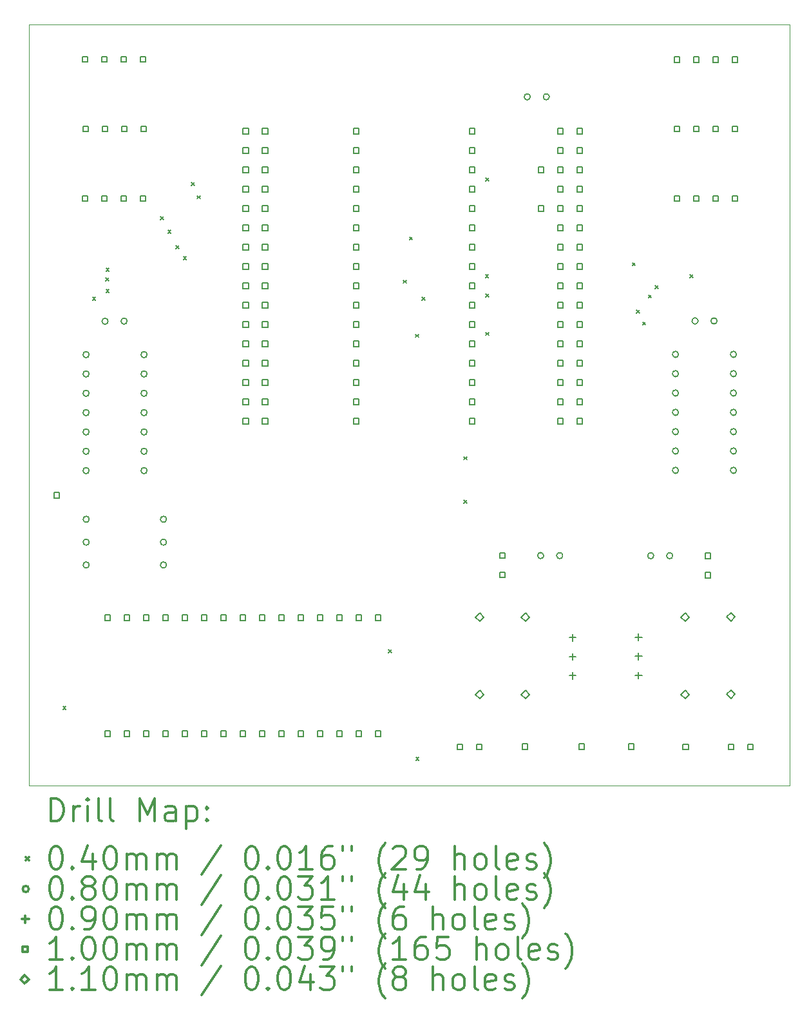
<source format=gbr>
%FSLAX45Y45*%
G04 Gerber Fmt 4.5, Leading zero omitted, Abs format (unit mm)*
G04 Created by KiCad (PCBNEW (5.1.9)-1) date 2022-12-20 17:35:52*
%MOMM*%
%LPD*%
G01*
G04 APERTURE LIST*
%TA.AperFunction,Profile*%
%ADD10C,0.050000*%
%TD*%
%ADD11C,0.200000*%
%ADD12C,0.300000*%
G04 APERTURE END LIST*
D10*
X15500000Y-3500000D02*
X5500000Y-3500000D01*
X15500000Y-13500000D02*
X15500000Y-3500000D01*
X5500000Y-13500000D02*
X15500000Y-13500000D01*
X5500000Y-3500000D02*
X5500000Y-13500000D01*
D11*
X5947000Y-12456000D02*
X5987000Y-12496000D01*
X5987000Y-12456000D02*
X5947000Y-12496000D01*
X6336000Y-7085000D02*
X6376000Y-7125000D01*
X6376000Y-7085000D02*
X6336000Y-7125000D01*
X6508000Y-6828000D02*
X6548000Y-6868000D01*
X6548000Y-6828000D02*
X6508000Y-6868000D01*
X6512000Y-6979000D02*
X6552000Y-7019000D01*
X6552000Y-6979000D02*
X6512000Y-7019000D01*
X6513000Y-6704000D02*
X6553000Y-6744000D01*
X6553000Y-6704000D02*
X6513000Y-6744000D01*
X7226000Y-6027000D02*
X7266000Y-6067000D01*
X7266000Y-6027000D02*
X7226000Y-6067000D01*
X7325000Y-6201000D02*
X7365000Y-6241000D01*
X7365000Y-6201000D02*
X7325000Y-6241000D01*
X7430000Y-6407999D02*
X7470000Y-6447999D01*
X7470000Y-6407999D02*
X7430000Y-6447999D01*
X7530000Y-6547000D02*
X7570000Y-6587000D01*
X7570000Y-6547000D02*
X7530000Y-6587000D01*
X7635500Y-5574500D02*
X7675500Y-5614500D01*
X7675500Y-5574500D02*
X7635500Y-5614500D01*
X7714000Y-5750000D02*
X7754000Y-5790000D01*
X7754000Y-5750000D02*
X7714000Y-5790000D01*
X10223000Y-11711000D02*
X10263000Y-11751000D01*
X10263000Y-11711000D02*
X10223000Y-11751000D01*
X10422000Y-6858000D02*
X10462000Y-6898000D01*
X10462000Y-6858000D02*
X10422000Y-6898000D01*
X10502000Y-6290000D02*
X10542000Y-6330000D01*
X10542000Y-6290000D02*
X10502000Y-6330000D01*
X10580000Y-7569000D02*
X10620000Y-7609000D01*
X10620000Y-7569000D02*
X10580000Y-7609000D01*
X10585000Y-13130000D02*
X10625000Y-13170000D01*
X10625000Y-13130000D02*
X10585000Y-13170000D01*
X10668000Y-7082000D02*
X10708000Y-7122000D01*
X10708000Y-7082000D02*
X10668000Y-7122000D01*
X11216000Y-9179000D02*
X11256000Y-9219000D01*
X11256000Y-9179000D02*
X11216000Y-9219000D01*
X11217000Y-9747000D02*
X11257000Y-9787000D01*
X11257000Y-9747000D02*
X11217000Y-9787000D01*
X11501000Y-6784000D02*
X11541000Y-6824000D01*
X11541000Y-6784000D02*
X11501000Y-6824000D01*
X11503000Y-5518000D02*
X11543000Y-5558000D01*
X11543000Y-5518000D02*
X11503000Y-5558000D01*
X11504000Y-7042000D02*
X11544000Y-7082000D01*
X11544000Y-7042000D02*
X11504000Y-7082000D01*
X11507000Y-7544000D02*
X11547000Y-7584000D01*
X11547000Y-7544000D02*
X11507000Y-7584000D01*
X13430000Y-6630000D02*
X13470000Y-6670000D01*
X13470000Y-6630000D02*
X13430000Y-6670000D01*
X13484000Y-7251000D02*
X13524000Y-7291000D01*
X13524000Y-7251000D02*
X13484000Y-7291000D01*
X13566000Y-7408000D02*
X13606000Y-7448000D01*
X13606000Y-7408000D02*
X13566000Y-7448000D01*
X13643000Y-7054000D02*
X13683000Y-7094000D01*
X13683000Y-7054000D02*
X13643000Y-7094000D01*
X13730000Y-6930000D02*
X13770000Y-6970000D01*
X13770000Y-6930000D02*
X13730000Y-6970000D01*
X14190000Y-6788000D02*
X14230000Y-6828000D01*
X14230000Y-6788000D02*
X14190000Y-6828000D01*
X6290000Y-7838000D02*
G75*
G03*
X6290000Y-7838000I-40000J0D01*
G01*
X6290000Y-8092000D02*
G75*
G03*
X6290000Y-8092000I-40000J0D01*
G01*
X6290000Y-8346000D02*
G75*
G03*
X6290000Y-8346000I-40000J0D01*
G01*
X6290000Y-8600000D02*
G75*
G03*
X6290000Y-8600000I-40000J0D01*
G01*
X6290000Y-8854000D02*
G75*
G03*
X6290000Y-8854000I-40000J0D01*
G01*
X6290000Y-9108000D02*
G75*
G03*
X6290000Y-9108000I-40000J0D01*
G01*
X6290000Y-9362000D02*
G75*
G03*
X6290000Y-9362000I-40000J0D01*
G01*
X6292000Y-10001000D02*
G75*
G03*
X6292000Y-10001000I-40000J0D01*
G01*
X6292000Y-10301000D02*
G75*
G03*
X6292000Y-10301000I-40000J0D01*
G01*
X6292000Y-10601000D02*
G75*
G03*
X6292000Y-10601000I-40000J0D01*
G01*
X6540000Y-7398000D02*
G75*
G03*
X6540000Y-7398000I-40000J0D01*
G01*
X6790000Y-7398000D02*
G75*
G03*
X6790000Y-7398000I-40000J0D01*
G01*
X7052000Y-7838000D02*
G75*
G03*
X7052000Y-7838000I-40000J0D01*
G01*
X7052000Y-8092000D02*
G75*
G03*
X7052000Y-8092000I-40000J0D01*
G01*
X7052000Y-8346000D02*
G75*
G03*
X7052000Y-8346000I-40000J0D01*
G01*
X7052000Y-8600000D02*
G75*
G03*
X7052000Y-8600000I-40000J0D01*
G01*
X7052000Y-8854000D02*
G75*
G03*
X7052000Y-8854000I-40000J0D01*
G01*
X7052000Y-9108000D02*
G75*
G03*
X7052000Y-9108000I-40000J0D01*
G01*
X7052000Y-9362000D02*
G75*
G03*
X7052000Y-9362000I-40000J0D01*
G01*
X7308000Y-10001000D02*
G75*
G03*
X7308000Y-10001000I-40000J0D01*
G01*
X7308000Y-10301000D02*
G75*
G03*
X7308000Y-10301000I-40000J0D01*
G01*
X7308000Y-10601000D02*
G75*
G03*
X7308000Y-10601000I-40000J0D01*
G01*
X12090000Y-4450000D02*
G75*
G03*
X12090000Y-4450000I-40000J0D01*
G01*
X12266000Y-10478000D02*
G75*
G03*
X12266000Y-10478000I-40000J0D01*
G01*
X12340000Y-4450000D02*
G75*
G03*
X12340000Y-4450000I-40000J0D01*
G01*
X12516000Y-10478000D02*
G75*
G03*
X12516000Y-10478000I-40000J0D01*
G01*
X13712000Y-10479000D02*
G75*
G03*
X13712000Y-10479000I-40000J0D01*
G01*
X13962000Y-10479000D02*
G75*
G03*
X13962000Y-10479000I-40000J0D01*
G01*
X14038000Y-7834000D02*
G75*
G03*
X14038000Y-7834000I-40000J0D01*
G01*
X14038000Y-8088000D02*
G75*
G03*
X14038000Y-8088000I-40000J0D01*
G01*
X14038000Y-8342000D02*
G75*
G03*
X14038000Y-8342000I-40000J0D01*
G01*
X14038000Y-8596000D02*
G75*
G03*
X14038000Y-8596000I-40000J0D01*
G01*
X14038000Y-8850000D02*
G75*
G03*
X14038000Y-8850000I-40000J0D01*
G01*
X14038000Y-9104000D02*
G75*
G03*
X14038000Y-9104000I-40000J0D01*
G01*
X14038000Y-9358000D02*
G75*
G03*
X14038000Y-9358000I-40000J0D01*
G01*
X14295000Y-7395000D02*
G75*
G03*
X14295000Y-7395000I-40000J0D01*
G01*
X14545000Y-7395000D02*
G75*
G03*
X14545000Y-7395000I-40000J0D01*
G01*
X14800000Y-7834000D02*
G75*
G03*
X14800000Y-7834000I-40000J0D01*
G01*
X14800000Y-8088000D02*
G75*
G03*
X14800000Y-8088000I-40000J0D01*
G01*
X14800000Y-8342000D02*
G75*
G03*
X14800000Y-8342000I-40000J0D01*
G01*
X14800000Y-8596000D02*
G75*
G03*
X14800000Y-8596000I-40000J0D01*
G01*
X14800000Y-8850000D02*
G75*
G03*
X14800000Y-8850000I-40000J0D01*
G01*
X14800000Y-9104000D02*
G75*
G03*
X14800000Y-9104000I-40000J0D01*
G01*
X14800000Y-9358000D02*
G75*
G03*
X14800000Y-9358000I-40000J0D01*
G01*
X12647000Y-11510000D02*
X12647000Y-11600000D01*
X12602000Y-11555000D02*
X12692000Y-11555000D01*
X12647000Y-11760000D02*
X12647000Y-11850000D01*
X12602000Y-11805000D02*
X12692000Y-11805000D01*
X12647000Y-12010000D02*
X12647000Y-12100000D01*
X12602000Y-12055000D02*
X12692000Y-12055000D01*
X13512000Y-11505000D02*
X13512000Y-11595000D01*
X13467000Y-11550000D02*
X13557000Y-11550000D01*
X13512000Y-11755000D02*
X13512000Y-11845000D01*
X13467000Y-11800000D02*
X13557000Y-11800000D01*
X13512000Y-12005000D02*
X13512000Y-12095000D01*
X13467000Y-12050000D02*
X13557000Y-12050000D01*
X5900356Y-9719356D02*
X5900356Y-9648644D01*
X5829644Y-9648644D01*
X5829644Y-9719356D01*
X5900356Y-9719356D01*
X6270356Y-5822356D02*
X6270356Y-5751644D01*
X6199644Y-5751644D01*
X6199644Y-5822356D01*
X6270356Y-5822356D01*
X6271356Y-3991356D02*
X6271356Y-3920644D01*
X6200644Y-3920644D01*
X6200644Y-3991356D01*
X6271356Y-3991356D01*
X6279356Y-4906856D02*
X6279356Y-4836144D01*
X6208644Y-4836144D01*
X6208644Y-4906856D01*
X6279356Y-4906856D01*
X6524356Y-5822356D02*
X6524356Y-5751644D01*
X6453644Y-5751644D01*
X6453644Y-5822356D01*
X6524356Y-5822356D01*
X6525356Y-3991356D02*
X6525356Y-3920644D01*
X6454644Y-3920644D01*
X6454644Y-3991356D01*
X6525356Y-3991356D01*
X6533356Y-4906856D02*
X6533356Y-4836144D01*
X6462644Y-4836144D01*
X6462644Y-4906856D01*
X6533356Y-4906856D01*
X6568356Y-11328356D02*
X6568356Y-11257644D01*
X6497644Y-11257644D01*
X6497644Y-11328356D01*
X6568356Y-11328356D01*
X6568356Y-12852356D02*
X6568356Y-12781644D01*
X6497644Y-12781644D01*
X6497644Y-12852356D01*
X6568356Y-12852356D01*
X6778356Y-5822356D02*
X6778356Y-5751644D01*
X6707644Y-5751644D01*
X6707644Y-5822356D01*
X6778356Y-5822356D01*
X6779356Y-3991356D02*
X6779356Y-3920644D01*
X6708644Y-3920644D01*
X6708644Y-3991356D01*
X6779356Y-3991356D01*
X6787356Y-4906856D02*
X6787356Y-4836144D01*
X6716644Y-4836144D01*
X6716644Y-4906856D01*
X6787356Y-4906856D01*
X6822356Y-11328356D02*
X6822356Y-11257644D01*
X6751644Y-11257644D01*
X6751644Y-11328356D01*
X6822356Y-11328356D01*
X6822356Y-12852356D02*
X6822356Y-12781644D01*
X6751644Y-12781644D01*
X6751644Y-12852356D01*
X6822356Y-12852356D01*
X7032356Y-5822356D02*
X7032356Y-5751644D01*
X6961644Y-5751644D01*
X6961644Y-5822356D01*
X7032356Y-5822356D01*
X7033356Y-3991356D02*
X7033356Y-3920644D01*
X6962644Y-3920644D01*
X6962644Y-3991356D01*
X7033356Y-3991356D01*
X7041356Y-4906856D02*
X7041356Y-4836144D01*
X6970644Y-4836144D01*
X6970644Y-4906856D01*
X7041356Y-4906856D01*
X7076356Y-11328356D02*
X7076356Y-11257644D01*
X7005644Y-11257644D01*
X7005644Y-11328356D01*
X7076356Y-11328356D01*
X7076356Y-12852356D02*
X7076356Y-12781644D01*
X7005644Y-12781644D01*
X7005644Y-12852356D01*
X7076356Y-12852356D01*
X7330356Y-11328356D02*
X7330356Y-11257644D01*
X7259644Y-11257644D01*
X7259644Y-11328356D01*
X7330356Y-11328356D01*
X7330356Y-12852356D02*
X7330356Y-12781644D01*
X7259644Y-12781644D01*
X7259644Y-12852356D01*
X7330356Y-12852356D01*
X7584356Y-11328356D02*
X7584356Y-11257644D01*
X7513644Y-11257644D01*
X7513644Y-11328356D01*
X7584356Y-11328356D01*
X7584356Y-12852356D02*
X7584356Y-12781644D01*
X7513644Y-12781644D01*
X7513644Y-12852356D01*
X7584356Y-12852356D01*
X7838356Y-11328356D02*
X7838356Y-11257644D01*
X7767644Y-11257644D01*
X7767644Y-11328356D01*
X7838356Y-11328356D01*
X7838356Y-12852356D02*
X7838356Y-12781644D01*
X7767644Y-12781644D01*
X7767644Y-12852356D01*
X7838356Y-12852356D01*
X8092356Y-11328356D02*
X8092356Y-11257644D01*
X8021644Y-11257644D01*
X8021644Y-11328356D01*
X8092356Y-11328356D01*
X8092356Y-12852356D02*
X8092356Y-12781644D01*
X8021644Y-12781644D01*
X8021644Y-12852356D01*
X8092356Y-12852356D01*
X8346356Y-11328356D02*
X8346356Y-11257644D01*
X8275644Y-11257644D01*
X8275644Y-11328356D01*
X8346356Y-11328356D01*
X8346356Y-12852356D02*
X8346356Y-12781644D01*
X8275644Y-12781644D01*
X8275644Y-12852356D01*
X8346356Y-12852356D01*
X8385356Y-4935356D02*
X8385356Y-4864644D01*
X8314644Y-4864644D01*
X8314644Y-4935356D01*
X8385356Y-4935356D01*
X8385356Y-5189356D02*
X8385356Y-5118644D01*
X8314644Y-5118644D01*
X8314644Y-5189356D01*
X8385356Y-5189356D01*
X8385356Y-5443356D02*
X8385356Y-5372644D01*
X8314644Y-5372644D01*
X8314644Y-5443356D01*
X8385356Y-5443356D01*
X8385356Y-5697356D02*
X8385356Y-5626644D01*
X8314644Y-5626644D01*
X8314644Y-5697356D01*
X8385356Y-5697356D01*
X8385356Y-5951356D02*
X8385356Y-5880644D01*
X8314644Y-5880644D01*
X8314644Y-5951356D01*
X8385356Y-5951356D01*
X8385356Y-6205356D02*
X8385356Y-6134644D01*
X8314644Y-6134644D01*
X8314644Y-6205356D01*
X8385356Y-6205356D01*
X8385356Y-6459356D02*
X8385356Y-6388644D01*
X8314644Y-6388644D01*
X8314644Y-6459356D01*
X8385356Y-6459356D01*
X8385356Y-6713356D02*
X8385356Y-6642644D01*
X8314644Y-6642644D01*
X8314644Y-6713356D01*
X8385356Y-6713356D01*
X8385356Y-6967356D02*
X8385356Y-6896644D01*
X8314644Y-6896644D01*
X8314644Y-6967356D01*
X8385356Y-6967356D01*
X8385356Y-7221356D02*
X8385356Y-7150644D01*
X8314644Y-7150644D01*
X8314644Y-7221356D01*
X8385356Y-7221356D01*
X8385356Y-7475356D02*
X8385356Y-7404644D01*
X8314644Y-7404644D01*
X8314644Y-7475356D01*
X8385356Y-7475356D01*
X8385356Y-7729356D02*
X8385356Y-7658644D01*
X8314644Y-7658644D01*
X8314644Y-7729356D01*
X8385356Y-7729356D01*
X8385356Y-7983356D02*
X8385356Y-7912644D01*
X8314644Y-7912644D01*
X8314644Y-7983356D01*
X8385356Y-7983356D01*
X8385356Y-8237356D02*
X8385356Y-8166644D01*
X8314644Y-8166644D01*
X8314644Y-8237356D01*
X8385356Y-8237356D01*
X8385356Y-8491356D02*
X8385356Y-8420644D01*
X8314644Y-8420644D01*
X8314644Y-8491356D01*
X8385356Y-8491356D01*
X8385356Y-8745356D02*
X8385356Y-8674644D01*
X8314644Y-8674644D01*
X8314644Y-8745356D01*
X8385356Y-8745356D01*
X8600356Y-11328356D02*
X8600356Y-11257644D01*
X8529644Y-11257644D01*
X8529644Y-11328356D01*
X8600356Y-11328356D01*
X8600356Y-12852356D02*
X8600356Y-12781644D01*
X8529644Y-12781644D01*
X8529644Y-12852356D01*
X8600356Y-12852356D01*
X8639356Y-4935356D02*
X8639356Y-4864644D01*
X8568644Y-4864644D01*
X8568644Y-4935356D01*
X8639356Y-4935356D01*
X8639356Y-5189356D02*
X8639356Y-5118644D01*
X8568644Y-5118644D01*
X8568644Y-5189356D01*
X8639356Y-5189356D01*
X8639356Y-5443356D02*
X8639356Y-5372644D01*
X8568644Y-5372644D01*
X8568644Y-5443356D01*
X8639356Y-5443356D01*
X8639356Y-5697356D02*
X8639356Y-5626644D01*
X8568644Y-5626644D01*
X8568644Y-5697356D01*
X8639356Y-5697356D01*
X8639356Y-5951356D02*
X8639356Y-5880644D01*
X8568644Y-5880644D01*
X8568644Y-5951356D01*
X8639356Y-5951356D01*
X8639356Y-6205356D02*
X8639356Y-6134644D01*
X8568644Y-6134644D01*
X8568644Y-6205356D01*
X8639356Y-6205356D01*
X8639356Y-6459356D02*
X8639356Y-6388644D01*
X8568644Y-6388644D01*
X8568644Y-6459356D01*
X8639356Y-6459356D01*
X8639356Y-6713356D02*
X8639356Y-6642644D01*
X8568644Y-6642644D01*
X8568644Y-6713356D01*
X8639356Y-6713356D01*
X8639356Y-6967356D02*
X8639356Y-6896644D01*
X8568644Y-6896644D01*
X8568644Y-6967356D01*
X8639356Y-6967356D01*
X8639356Y-7221356D02*
X8639356Y-7150644D01*
X8568644Y-7150644D01*
X8568644Y-7221356D01*
X8639356Y-7221356D01*
X8639356Y-7475356D02*
X8639356Y-7404644D01*
X8568644Y-7404644D01*
X8568644Y-7475356D01*
X8639356Y-7475356D01*
X8639356Y-7729356D02*
X8639356Y-7658644D01*
X8568644Y-7658644D01*
X8568644Y-7729356D01*
X8639356Y-7729356D01*
X8639356Y-7983356D02*
X8639356Y-7912644D01*
X8568644Y-7912644D01*
X8568644Y-7983356D01*
X8639356Y-7983356D01*
X8639356Y-8237356D02*
X8639356Y-8166644D01*
X8568644Y-8166644D01*
X8568644Y-8237356D01*
X8639356Y-8237356D01*
X8639356Y-8491356D02*
X8639356Y-8420644D01*
X8568644Y-8420644D01*
X8568644Y-8491356D01*
X8639356Y-8491356D01*
X8639356Y-8745356D02*
X8639356Y-8674644D01*
X8568644Y-8674644D01*
X8568644Y-8745356D01*
X8639356Y-8745356D01*
X8854356Y-11328356D02*
X8854356Y-11257644D01*
X8783644Y-11257644D01*
X8783644Y-11328356D01*
X8854356Y-11328356D01*
X8854356Y-12852356D02*
X8854356Y-12781644D01*
X8783644Y-12781644D01*
X8783644Y-12852356D01*
X8854356Y-12852356D01*
X9108356Y-11328356D02*
X9108356Y-11257644D01*
X9037644Y-11257644D01*
X9037644Y-11328356D01*
X9108356Y-11328356D01*
X9108356Y-12852356D02*
X9108356Y-12781644D01*
X9037644Y-12781644D01*
X9037644Y-12852356D01*
X9108356Y-12852356D01*
X9362356Y-11328356D02*
X9362356Y-11257644D01*
X9291644Y-11257644D01*
X9291644Y-11328356D01*
X9362356Y-11328356D01*
X9362356Y-12852356D02*
X9362356Y-12781644D01*
X9291644Y-12781644D01*
X9291644Y-12852356D01*
X9362356Y-12852356D01*
X9616356Y-11328356D02*
X9616356Y-11257644D01*
X9545644Y-11257644D01*
X9545644Y-11328356D01*
X9616356Y-11328356D01*
X9616356Y-12852356D02*
X9616356Y-12781644D01*
X9545644Y-12781644D01*
X9545644Y-12852356D01*
X9616356Y-12852356D01*
X9835356Y-4935356D02*
X9835356Y-4864644D01*
X9764644Y-4864644D01*
X9764644Y-4935356D01*
X9835356Y-4935356D01*
X9835356Y-5189356D02*
X9835356Y-5118644D01*
X9764644Y-5118644D01*
X9764644Y-5189356D01*
X9835356Y-5189356D01*
X9835356Y-5443356D02*
X9835356Y-5372644D01*
X9764644Y-5372644D01*
X9764644Y-5443356D01*
X9835356Y-5443356D01*
X9835356Y-5697356D02*
X9835356Y-5626644D01*
X9764644Y-5626644D01*
X9764644Y-5697356D01*
X9835356Y-5697356D01*
X9835356Y-5951356D02*
X9835356Y-5880644D01*
X9764644Y-5880644D01*
X9764644Y-5951356D01*
X9835356Y-5951356D01*
X9835356Y-6205356D02*
X9835356Y-6134644D01*
X9764644Y-6134644D01*
X9764644Y-6205356D01*
X9835356Y-6205356D01*
X9835356Y-6459356D02*
X9835356Y-6388644D01*
X9764644Y-6388644D01*
X9764644Y-6459356D01*
X9835356Y-6459356D01*
X9835356Y-6713356D02*
X9835356Y-6642644D01*
X9764644Y-6642644D01*
X9764644Y-6713356D01*
X9835356Y-6713356D01*
X9835356Y-6967356D02*
X9835356Y-6896644D01*
X9764644Y-6896644D01*
X9764644Y-6967356D01*
X9835356Y-6967356D01*
X9835356Y-7221356D02*
X9835356Y-7150644D01*
X9764644Y-7150644D01*
X9764644Y-7221356D01*
X9835356Y-7221356D01*
X9835356Y-7475356D02*
X9835356Y-7404644D01*
X9764644Y-7404644D01*
X9764644Y-7475356D01*
X9835356Y-7475356D01*
X9835356Y-7729356D02*
X9835356Y-7658644D01*
X9764644Y-7658644D01*
X9764644Y-7729356D01*
X9835356Y-7729356D01*
X9835356Y-7983356D02*
X9835356Y-7912644D01*
X9764644Y-7912644D01*
X9764644Y-7983356D01*
X9835356Y-7983356D01*
X9835356Y-8237356D02*
X9835356Y-8166644D01*
X9764644Y-8166644D01*
X9764644Y-8237356D01*
X9835356Y-8237356D01*
X9835356Y-8491356D02*
X9835356Y-8420644D01*
X9764644Y-8420644D01*
X9764644Y-8491356D01*
X9835356Y-8491356D01*
X9835356Y-8745356D02*
X9835356Y-8674644D01*
X9764644Y-8674644D01*
X9764644Y-8745356D01*
X9835356Y-8745356D01*
X9870356Y-11328356D02*
X9870356Y-11257644D01*
X9799644Y-11257644D01*
X9799644Y-11328356D01*
X9870356Y-11328356D01*
X9870356Y-12852356D02*
X9870356Y-12781644D01*
X9799644Y-12781644D01*
X9799644Y-12852356D01*
X9870356Y-12852356D01*
X10124356Y-11328356D02*
X10124356Y-11257644D01*
X10053644Y-11257644D01*
X10053644Y-11328356D01*
X10124356Y-11328356D01*
X10124356Y-12852356D02*
X10124356Y-12781644D01*
X10053644Y-12781644D01*
X10053644Y-12852356D01*
X10124356Y-12852356D01*
X11201356Y-13025356D02*
X11201356Y-12954644D01*
X11130644Y-12954644D01*
X11130644Y-13025356D01*
X11201356Y-13025356D01*
X11359356Y-4935356D02*
X11359356Y-4864644D01*
X11288644Y-4864644D01*
X11288644Y-4935356D01*
X11359356Y-4935356D01*
X11359356Y-5189356D02*
X11359356Y-5118644D01*
X11288644Y-5118644D01*
X11288644Y-5189356D01*
X11359356Y-5189356D01*
X11359356Y-5443356D02*
X11359356Y-5372644D01*
X11288644Y-5372644D01*
X11288644Y-5443356D01*
X11359356Y-5443356D01*
X11359356Y-5697356D02*
X11359356Y-5626644D01*
X11288644Y-5626644D01*
X11288644Y-5697356D01*
X11359356Y-5697356D01*
X11359356Y-5951356D02*
X11359356Y-5880644D01*
X11288644Y-5880644D01*
X11288644Y-5951356D01*
X11359356Y-5951356D01*
X11359356Y-6205356D02*
X11359356Y-6134644D01*
X11288644Y-6134644D01*
X11288644Y-6205356D01*
X11359356Y-6205356D01*
X11359356Y-6459356D02*
X11359356Y-6388644D01*
X11288644Y-6388644D01*
X11288644Y-6459356D01*
X11359356Y-6459356D01*
X11359356Y-6713356D02*
X11359356Y-6642644D01*
X11288644Y-6642644D01*
X11288644Y-6713356D01*
X11359356Y-6713356D01*
X11359356Y-6967356D02*
X11359356Y-6896644D01*
X11288644Y-6896644D01*
X11288644Y-6967356D01*
X11359356Y-6967356D01*
X11359356Y-7221356D02*
X11359356Y-7150644D01*
X11288644Y-7150644D01*
X11288644Y-7221356D01*
X11359356Y-7221356D01*
X11359356Y-7475356D02*
X11359356Y-7404644D01*
X11288644Y-7404644D01*
X11288644Y-7475356D01*
X11359356Y-7475356D01*
X11359356Y-7729356D02*
X11359356Y-7658644D01*
X11288644Y-7658644D01*
X11288644Y-7729356D01*
X11359356Y-7729356D01*
X11359356Y-7983356D02*
X11359356Y-7912644D01*
X11288644Y-7912644D01*
X11288644Y-7983356D01*
X11359356Y-7983356D01*
X11359356Y-8237356D02*
X11359356Y-8166644D01*
X11288644Y-8166644D01*
X11288644Y-8237356D01*
X11359356Y-8237356D01*
X11359356Y-8491356D02*
X11359356Y-8420644D01*
X11288644Y-8420644D01*
X11288644Y-8491356D01*
X11359356Y-8491356D01*
X11359356Y-8745356D02*
X11359356Y-8674644D01*
X11288644Y-8674644D01*
X11288644Y-8745356D01*
X11359356Y-8745356D01*
X11455356Y-13025356D02*
X11455356Y-12954644D01*
X11384644Y-12954644D01*
X11384644Y-13025356D01*
X11455356Y-13025356D01*
X11757356Y-10513356D02*
X11757356Y-10442644D01*
X11686644Y-10442644D01*
X11686644Y-10513356D01*
X11757356Y-10513356D01*
X11757356Y-10767356D02*
X11757356Y-10696644D01*
X11686644Y-10696644D01*
X11686644Y-10767356D01*
X11757356Y-10767356D01*
X12056356Y-13022356D02*
X12056356Y-12951644D01*
X11985644Y-12951644D01*
X11985644Y-13022356D01*
X12056356Y-13022356D01*
X12265356Y-5443356D02*
X12265356Y-5372644D01*
X12194644Y-5372644D01*
X12194644Y-5443356D01*
X12265356Y-5443356D01*
X12265356Y-5951356D02*
X12265356Y-5880644D01*
X12194644Y-5880644D01*
X12194644Y-5951356D01*
X12265356Y-5951356D01*
X12520356Y-4935356D02*
X12520356Y-4864644D01*
X12449644Y-4864644D01*
X12449644Y-4935356D01*
X12520356Y-4935356D01*
X12520356Y-5189356D02*
X12520356Y-5118644D01*
X12449644Y-5118644D01*
X12449644Y-5189356D01*
X12520356Y-5189356D01*
X12520356Y-5443356D02*
X12520356Y-5372644D01*
X12449644Y-5372644D01*
X12449644Y-5443356D01*
X12520356Y-5443356D01*
X12520356Y-5697356D02*
X12520356Y-5626644D01*
X12449644Y-5626644D01*
X12449644Y-5697356D01*
X12520356Y-5697356D01*
X12520356Y-5951356D02*
X12520356Y-5880644D01*
X12449644Y-5880644D01*
X12449644Y-5951356D01*
X12520356Y-5951356D01*
X12520356Y-6205356D02*
X12520356Y-6134644D01*
X12449644Y-6134644D01*
X12449644Y-6205356D01*
X12520356Y-6205356D01*
X12520356Y-6459356D02*
X12520356Y-6388644D01*
X12449644Y-6388644D01*
X12449644Y-6459356D01*
X12520356Y-6459356D01*
X12520356Y-6713356D02*
X12520356Y-6642644D01*
X12449644Y-6642644D01*
X12449644Y-6713356D01*
X12520356Y-6713356D01*
X12520356Y-6967356D02*
X12520356Y-6896644D01*
X12449644Y-6896644D01*
X12449644Y-6967356D01*
X12520356Y-6967356D01*
X12520356Y-7221356D02*
X12520356Y-7150644D01*
X12449644Y-7150644D01*
X12449644Y-7221356D01*
X12520356Y-7221356D01*
X12520356Y-7475356D02*
X12520356Y-7404644D01*
X12449644Y-7404644D01*
X12449644Y-7475356D01*
X12520356Y-7475356D01*
X12520356Y-7729356D02*
X12520356Y-7658644D01*
X12449644Y-7658644D01*
X12449644Y-7729356D01*
X12520356Y-7729356D01*
X12520356Y-7983356D02*
X12520356Y-7912644D01*
X12449644Y-7912644D01*
X12449644Y-7983356D01*
X12520356Y-7983356D01*
X12520356Y-8237356D02*
X12520356Y-8166644D01*
X12449644Y-8166644D01*
X12449644Y-8237356D01*
X12520356Y-8237356D01*
X12520356Y-8491356D02*
X12520356Y-8420644D01*
X12449644Y-8420644D01*
X12449644Y-8491356D01*
X12520356Y-8491356D01*
X12520356Y-8745356D02*
X12520356Y-8674644D01*
X12449644Y-8674644D01*
X12449644Y-8745356D01*
X12520356Y-8745356D01*
X12774356Y-4935356D02*
X12774356Y-4864644D01*
X12703644Y-4864644D01*
X12703644Y-4935356D01*
X12774356Y-4935356D01*
X12774356Y-5189356D02*
X12774356Y-5118644D01*
X12703644Y-5118644D01*
X12703644Y-5189356D01*
X12774356Y-5189356D01*
X12774356Y-5443356D02*
X12774356Y-5372644D01*
X12703644Y-5372644D01*
X12703644Y-5443356D01*
X12774356Y-5443356D01*
X12774356Y-5697356D02*
X12774356Y-5626644D01*
X12703644Y-5626644D01*
X12703644Y-5697356D01*
X12774356Y-5697356D01*
X12774356Y-5951356D02*
X12774356Y-5880644D01*
X12703644Y-5880644D01*
X12703644Y-5951356D01*
X12774356Y-5951356D01*
X12774356Y-6205356D02*
X12774356Y-6134644D01*
X12703644Y-6134644D01*
X12703644Y-6205356D01*
X12774356Y-6205356D01*
X12774356Y-6459356D02*
X12774356Y-6388644D01*
X12703644Y-6388644D01*
X12703644Y-6459356D01*
X12774356Y-6459356D01*
X12774356Y-6713356D02*
X12774356Y-6642644D01*
X12703644Y-6642644D01*
X12703644Y-6713356D01*
X12774356Y-6713356D01*
X12774356Y-6967356D02*
X12774356Y-6896644D01*
X12703644Y-6896644D01*
X12703644Y-6967356D01*
X12774356Y-6967356D01*
X12774356Y-7221356D02*
X12774356Y-7150644D01*
X12703644Y-7150644D01*
X12703644Y-7221356D01*
X12774356Y-7221356D01*
X12774356Y-7475356D02*
X12774356Y-7404644D01*
X12703644Y-7404644D01*
X12703644Y-7475356D01*
X12774356Y-7475356D01*
X12774356Y-7729356D02*
X12774356Y-7658644D01*
X12703644Y-7658644D01*
X12703644Y-7729356D01*
X12774356Y-7729356D01*
X12774356Y-7983356D02*
X12774356Y-7912644D01*
X12703644Y-7912644D01*
X12703644Y-7983356D01*
X12774356Y-7983356D01*
X12774356Y-8237356D02*
X12774356Y-8166644D01*
X12703644Y-8166644D01*
X12703644Y-8237356D01*
X12774356Y-8237356D01*
X12774356Y-8491356D02*
X12774356Y-8420644D01*
X12703644Y-8420644D01*
X12703644Y-8491356D01*
X12774356Y-8491356D01*
X12774356Y-8745356D02*
X12774356Y-8674644D01*
X12703644Y-8674644D01*
X12703644Y-8745356D01*
X12774356Y-8745356D01*
X12797356Y-13022356D02*
X12797356Y-12951644D01*
X12726644Y-12951644D01*
X12726644Y-13022356D01*
X12797356Y-13022356D01*
X13449356Y-13022356D02*
X13449356Y-12951644D01*
X13378644Y-12951644D01*
X13378644Y-13022356D01*
X13449356Y-13022356D01*
X14054356Y-4907856D02*
X14054356Y-4837144D01*
X13983644Y-4837144D01*
X13983644Y-4907856D01*
X14054356Y-4907856D01*
X14055356Y-3996356D02*
X14055356Y-3925644D01*
X13984644Y-3925644D01*
X13984644Y-3996356D01*
X14055356Y-3996356D01*
X14055356Y-5819356D02*
X14055356Y-5748644D01*
X13984644Y-5748644D01*
X13984644Y-5819356D01*
X14055356Y-5819356D01*
X14168356Y-13025356D02*
X14168356Y-12954644D01*
X14097644Y-12954644D01*
X14097644Y-13025356D01*
X14168356Y-13025356D01*
X14308356Y-4907856D02*
X14308356Y-4837144D01*
X14237644Y-4837144D01*
X14237644Y-4907856D01*
X14308356Y-4907856D01*
X14309356Y-3996356D02*
X14309356Y-3925644D01*
X14238644Y-3925644D01*
X14238644Y-3996356D01*
X14309356Y-3996356D01*
X14309356Y-5819356D02*
X14309356Y-5748644D01*
X14238644Y-5748644D01*
X14238644Y-5819356D01*
X14309356Y-5819356D01*
X14461356Y-10515356D02*
X14461356Y-10444644D01*
X14390644Y-10444644D01*
X14390644Y-10515356D01*
X14461356Y-10515356D01*
X14461356Y-10769356D02*
X14461356Y-10698644D01*
X14390644Y-10698644D01*
X14390644Y-10769356D01*
X14461356Y-10769356D01*
X14562356Y-4907856D02*
X14562356Y-4837144D01*
X14491644Y-4837144D01*
X14491644Y-4907856D01*
X14562356Y-4907856D01*
X14563356Y-3996356D02*
X14563356Y-3925644D01*
X14492644Y-3925644D01*
X14492644Y-3996356D01*
X14563356Y-3996356D01*
X14563356Y-5819356D02*
X14563356Y-5748644D01*
X14492644Y-5748644D01*
X14492644Y-5819356D01*
X14563356Y-5819356D01*
X14764356Y-13026356D02*
X14764356Y-12955644D01*
X14693644Y-12955644D01*
X14693644Y-13026356D01*
X14764356Y-13026356D01*
X14816356Y-4907856D02*
X14816356Y-4837144D01*
X14745644Y-4837144D01*
X14745644Y-4907856D01*
X14816356Y-4907856D01*
X14817356Y-3996356D02*
X14817356Y-3925644D01*
X14746644Y-3925644D01*
X14746644Y-3996356D01*
X14817356Y-3996356D01*
X14817356Y-5819356D02*
X14817356Y-5748644D01*
X14746644Y-5748644D01*
X14746644Y-5819356D01*
X14817356Y-5819356D01*
X15018356Y-13026356D02*
X15018356Y-12955644D01*
X14947644Y-12955644D01*
X14947644Y-13026356D01*
X15018356Y-13026356D01*
X11424000Y-11343000D02*
X11479000Y-11288000D01*
X11424000Y-11233000D01*
X11369000Y-11288000D01*
X11424000Y-11343000D01*
X11424000Y-12359000D02*
X11479000Y-12304000D01*
X11424000Y-12249000D01*
X11369000Y-12304000D01*
X11424000Y-12359000D01*
X12024000Y-11343000D02*
X12079000Y-11288000D01*
X12024000Y-11233000D01*
X11969000Y-11288000D01*
X12024000Y-11343000D01*
X12024000Y-12359000D02*
X12079000Y-12304000D01*
X12024000Y-12249000D01*
X11969000Y-12304000D01*
X12024000Y-12359000D01*
X14127000Y-11344000D02*
X14182000Y-11289000D01*
X14127000Y-11234000D01*
X14072000Y-11289000D01*
X14127000Y-11344000D01*
X14127000Y-12360000D02*
X14182000Y-12305000D01*
X14127000Y-12250000D01*
X14072000Y-12305000D01*
X14127000Y-12360000D01*
X14728000Y-11338000D02*
X14783000Y-11283000D01*
X14728000Y-11228000D01*
X14673000Y-11283000D01*
X14728000Y-11338000D01*
X14728000Y-12354000D02*
X14783000Y-12299000D01*
X14728000Y-12244000D01*
X14673000Y-12299000D01*
X14728000Y-12354000D01*
D12*
X5783928Y-13968214D02*
X5783928Y-13668214D01*
X5855357Y-13668214D01*
X5898214Y-13682500D01*
X5926786Y-13711071D01*
X5941071Y-13739643D01*
X5955357Y-13796786D01*
X5955357Y-13839643D01*
X5941071Y-13896786D01*
X5926786Y-13925357D01*
X5898214Y-13953929D01*
X5855357Y-13968214D01*
X5783928Y-13968214D01*
X6083928Y-13968214D02*
X6083928Y-13768214D01*
X6083928Y-13825357D02*
X6098214Y-13796786D01*
X6112500Y-13782500D01*
X6141071Y-13768214D01*
X6169643Y-13768214D01*
X6269643Y-13968214D02*
X6269643Y-13768214D01*
X6269643Y-13668214D02*
X6255357Y-13682500D01*
X6269643Y-13696786D01*
X6283928Y-13682500D01*
X6269643Y-13668214D01*
X6269643Y-13696786D01*
X6455357Y-13968214D02*
X6426786Y-13953929D01*
X6412500Y-13925357D01*
X6412500Y-13668214D01*
X6612500Y-13968214D02*
X6583928Y-13953929D01*
X6569643Y-13925357D01*
X6569643Y-13668214D01*
X6955357Y-13968214D02*
X6955357Y-13668214D01*
X7055357Y-13882500D01*
X7155357Y-13668214D01*
X7155357Y-13968214D01*
X7426786Y-13968214D02*
X7426786Y-13811071D01*
X7412500Y-13782500D01*
X7383928Y-13768214D01*
X7326786Y-13768214D01*
X7298214Y-13782500D01*
X7426786Y-13953929D02*
X7398214Y-13968214D01*
X7326786Y-13968214D01*
X7298214Y-13953929D01*
X7283928Y-13925357D01*
X7283928Y-13896786D01*
X7298214Y-13868214D01*
X7326786Y-13853929D01*
X7398214Y-13853929D01*
X7426786Y-13839643D01*
X7569643Y-13768214D02*
X7569643Y-14068214D01*
X7569643Y-13782500D02*
X7598214Y-13768214D01*
X7655357Y-13768214D01*
X7683928Y-13782500D01*
X7698214Y-13796786D01*
X7712500Y-13825357D01*
X7712500Y-13911071D01*
X7698214Y-13939643D01*
X7683928Y-13953929D01*
X7655357Y-13968214D01*
X7598214Y-13968214D01*
X7569643Y-13953929D01*
X7841071Y-13939643D02*
X7855357Y-13953929D01*
X7841071Y-13968214D01*
X7826786Y-13953929D01*
X7841071Y-13939643D01*
X7841071Y-13968214D01*
X7841071Y-13782500D02*
X7855357Y-13796786D01*
X7841071Y-13811071D01*
X7826786Y-13796786D01*
X7841071Y-13782500D01*
X7841071Y-13811071D01*
X5457500Y-14442500D02*
X5497500Y-14482500D01*
X5497500Y-14442500D02*
X5457500Y-14482500D01*
X5841071Y-14298214D02*
X5869643Y-14298214D01*
X5898214Y-14312500D01*
X5912500Y-14326786D01*
X5926786Y-14355357D01*
X5941071Y-14412500D01*
X5941071Y-14483929D01*
X5926786Y-14541071D01*
X5912500Y-14569643D01*
X5898214Y-14583929D01*
X5869643Y-14598214D01*
X5841071Y-14598214D01*
X5812500Y-14583929D01*
X5798214Y-14569643D01*
X5783928Y-14541071D01*
X5769643Y-14483929D01*
X5769643Y-14412500D01*
X5783928Y-14355357D01*
X5798214Y-14326786D01*
X5812500Y-14312500D01*
X5841071Y-14298214D01*
X6069643Y-14569643D02*
X6083928Y-14583929D01*
X6069643Y-14598214D01*
X6055357Y-14583929D01*
X6069643Y-14569643D01*
X6069643Y-14598214D01*
X6341071Y-14398214D02*
X6341071Y-14598214D01*
X6269643Y-14283929D02*
X6198214Y-14498214D01*
X6383928Y-14498214D01*
X6555357Y-14298214D02*
X6583928Y-14298214D01*
X6612500Y-14312500D01*
X6626786Y-14326786D01*
X6641071Y-14355357D01*
X6655357Y-14412500D01*
X6655357Y-14483929D01*
X6641071Y-14541071D01*
X6626786Y-14569643D01*
X6612500Y-14583929D01*
X6583928Y-14598214D01*
X6555357Y-14598214D01*
X6526786Y-14583929D01*
X6512500Y-14569643D01*
X6498214Y-14541071D01*
X6483928Y-14483929D01*
X6483928Y-14412500D01*
X6498214Y-14355357D01*
X6512500Y-14326786D01*
X6526786Y-14312500D01*
X6555357Y-14298214D01*
X6783928Y-14598214D02*
X6783928Y-14398214D01*
X6783928Y-14426786D02*
X6798214Y-14412500D01*
X6826786Y-14398214D01*
X6869643Y-14398214D01*
X6898214Y-14412500D01*
X6912500Y-14441071D01*
X6912500Y-14598214D01*
X6912500Y-14441071D02*
X6926786Y-14412500D01*
X6955357Y-14398214D01*
X6998214Y-14398214D01*
X7026786Y-14412500D01*
X7041071Y-14441071D01*
X7041071Y-14598214D01*
X7183928Y-14598214D02*
X7183928Y-14398214D01*
X7183928Y-14426786D02*
X7198214Y-14412500D01*
X7226786Y-14398214D01*
X7269643Y-14398214D01*
X7298214Y-14412500D01*
X7312500Y-14441071D01*
X7312500Y-14598214D01*
X7312500Y-14441071D02*
X7326786Y-14412500D01*
X7355357Y-14398214D01*
X7398214Y-14398214D01*
X7426786Y-14412500D01*
X7441071Y-14441071D01*
X7441071Y-14598214D01*
X8026786Y-14283929D02*
X7769643Y-14669643D01*
X8412500Y-14298214D02*
X8441071Y-14298214D01*
X8469643Y-14312500D01*
X8483928Y-14326786D01*
X8498214Y-14355357D01*
X8512500Y-14412500D01*
X8512500Y-14483929D01*
X8498214Y-14541071D01*
X8483928Y-14569643D01*
X8469643Y-14583929D01*
X8441071Y-14598214D01*
X8412500Y-14598214D01*
X8383928Y-14583929D01*
X8369643Y-14569643D01*
X8355357Y-14541071D01*
X8341071Y-14483929D01*
X8341071Y-14412500D01*
X8355357Y-14355357D01*
X8369643Y-14326786D01*
X8383928Y-14312500D01*
X8412500Y-14298214D01*
X8641071Y-14569643D02*
X8655357Y-14583929D01*
X8641071Y-14598214D01*
X8626786Y-14583929D01*
X8641071Y-14569643D01*
X8641071Y-14598214D01*
X8841071Y-14298214D02*
X8869643Y-14298214D01*
X8898214Y-14312500D01*
X8912500Y-14326786D01*
X8926786Y-14355357D01*
X8941071Y-14412500D01*
X8941071Y-14483929D01*
X8926786Y-14541071D01*
X8912500Y-14569643D01*
X8898214Y-14583929D01*
X8869643Y-14598214D01*
X8841071Y-14598214D01*
X8812500Y-14583929D01*
X8798214Y-14569643D01*
X8783928Y-14541071D01*
X8769643Y-14483929D01*
X8769643Y-14412500D01*
X8783928Y-14355357D01*
X8798214Y-14326786D01*
X8812500Y-14312500D01*
X8841071Y-14298214D01*
X9226786Y-14598214D02*
X9055357Y-14598214D01*
X9141071Y-14598214D02*
X9141071Y-14298214D01*
X9112500Y-14341071D01*
X9083928Y-14369643D01*
X9055357Y-14383929D01*
X9483928Y-14298214D02*
X9426786Y-14298214D01*
X9398214Y-14312500D01*
X9383928Y-14326786D01*
X9355357Y-14369643D01*
X9341071Y-14426786D01*
X9341071Y-14541071D01*
X9355357Y-14569643D01*
X9369643Y-14583929D01*
X9398214Y-14598214D01*
X9455357Y-14598214D01*
X9483928Y-14583929D01*
X9498214Y-14569643D01*
X9512500Y-14541071D01*
X9512500Y-14469643D01*
X9498214Y-14441071D01*
X9483928Y-14426786D01*
X9455357Y-14412500D01*
X9398214Y-14412500D01*
X9369643Y-14426786D01*
X9355357Y-14441071D01*
X9341071Y-14469643D01*
X9626786Y-14298214D02*
X9626786Y-14355357D01*
X9741071Y-14298214D02*
X9741071Y-14355357D01*
X10183928Y-14712500D02*
X10169643Y-14698214D01*
X10141071Y-14655357D01*
X10126786Y-14626786D01*
X10112500Y-14583929D01*
X10098214Y-14512500D01*
X10098214Y-14455357D01*
X10112500Y-14383929D01*
X10126786Y-14341071D01*
X10141071Y-14312500D01*
X10169643Y-14269643D01*
X10183928Y-14255357D01*
X10283928Y-14326786D02*
X10298214Y-14312500D01*
X10326786Y-14298214D01*
X10398214Y-14298214D01*
X10426786Y-14312500D01*
X10441071Y-14326786D01*
X10455357Y-14355357D01*
X10455357Y-14383929D01*
X10441071Y-14426786D01*
X10269643Y-14598214D01*
X10455357Y-14598214D01*
X10598214Y-14598214D02*
X10655357Y-14598214D01*
X10683928Y-14583929D01*
X10698214Y-14569643D01*
X10726786Y-14526786D01*
X10741071Y-14469643D01*
X10741071Y-14355357D01*
X10726786Y-14326786D01*
X10712500Y-14312500D01*
X10683928Y-14298214D01*
X10626786Y-14298214D01*
X10598214Y-14312500D01*
X10583928Y-14326786D01*
X10569643Y-14355357D01*
X10569643Y-14426786D01*
X10583928Y-14455357D01*
X10598214Y-14469643D01*
X10626786Y-14483929D01*
X10683928Y-14483929D01*
X10712500Y-14469643D01*
X10726786Y-14455357D01*
X10741071Y-14426786D01*
X11098214Y-14598214D02*
X11098214Y-14298214D01*
X11226786Y-14598214D02*
X11226786Y-14441071D01*
X11212500Y-14412500D01*
X11183928Y-14398214D01*
X11141071Y-14398214D01*
X11112500Y-14412500D01*
X11098214Y-14426786D01*
X11412500Y-14598214D02*
X11383928Y-14583929D01*
X11369643Y-14569643D01*
X11355357Y-14541071D01*
X11355357Y-14455357D01*
X11369643Y-14426786D01*
X11383928Y-14412500D01*
X11412500Y-14398214D01*
X11455357Y-14398214D01*
X11483928Y-14412500D01*
X11498214Y-14426786D01*
X11512500Y-14455357D01*
X11512500Y-14541071D01*
X11498214Y-14569643D01*
X11483928Y-14583929D01*
X11455357Y-14598214D01*
X11412500Y-14598214D01*
X11683928Y-14598214D02*
X11655357Y-14583929D01*
X11641071Y-14555357D01*
X11641071Y-14298214D01*
X11912500Y-14583929D02*
X11883928Y-14598214D01*
X11826786Y-14598214D01*
X11798214Y-14583929D01*
X11783928Y-14555357D01*
X11783928Y-14441071D01*
X11798214Y-14412500D01*
X11826786Y-14398214D01*
X11883928Y-14398214D01*
X11912500Y-14412500D01*
X11926786Y-14441071D01*
X11926786Y-14469643D01*
X11783928Y-14498214D01*
X12041071Y-14583929D02*
X12069643Y-14598214D01*
X12126786Y-14598214D01*
X12155357Y-14583929D01*
X12169643Y-14555357D01*
X12169643Y-14541071D01*
X12155357Y-14512500D01*
X12126786Y-14498214D01*
X12083928Y-14498214D01*
X12055357Y-14483929D01*
X12041071Y-14455357D01*
X12041071Y-14441071D01*
X12055357Y-14412500D01*
X12083928Y-14398214D01*
X12126786Y-14398214D01*
X12155357Y-14412500D01*
X12269643Y-14712500D02*
X12283928Y-14698214D01*
X12312500Y-14655357D01*
X12326786Y-14626786D01*
X12341071Y-14583929D01*
X12355357Y-14512500D01*
X12355357Y-14455357D01*
X12341071Y-14383929D01*
X12326786Y-14341071D01*
X12312500Y-14312500D01*
X12283928Y-14269643D01*
X12269643Y-14255357D01*
X5497500Y-14858500D02*
G75*
G03*
X5497500Y-14858500I-40000J0D01*
G01*
X5841071Y-14694214D02*
X5869643Y-14694214D01*
X5898214Y-14708500D01*
X5912500Y-14722786D01*
X5926786Y-14751357D01*
X5941071Y-14808500D01*
X5941071Y-14879929D01*
X5926786Y-14937071D01*
X5912500Y-14965643D01*
X5898214Y-14979929D01*
X5869643Y-14994214D01*
X5841071Y-14994214D01*
X5812500Y-14979929D01*
X5798214Y-14965643D01*
X5783928Y-14937071D01*
X5769643Y-14879929D01*
X5769643Y-14808500D01*
X5783928Y-14751357D01*
X5798214Y-14722786D01*
X5812500Y-14708500D01*
X5841071Y-14694214D01*
X6069643Y-14965643D02*
X6083928Y-14979929D01*
X6069643Y-14994214D01*
X6055357Y-14979929D01*
X6069643Y-14965643D01*
X6069643Y-14994214D01*
X6255357Y-14822786D02*
X6226786Y-14808500D01*
X6212500Y-14794214D01*
X6198214Y-14765643D01*
X6198214Y-14751357D01*
X6212500Y-14722786D01*
X6226786Y-14708500D01*
X6255357Y-14694214D01*
X6312500Y-14694214D01*
X6341071Y-14708500D01*
X6355357Y-14722786D01*
X6369643Y-14751357D01*
X6369643Y-14765643D01*
X6355357Y-14794214D01*
X6341071Y-14808500D01*
X6312500Y-14822786D01*
X6255357Y-14822786D01*
X6226786Y-14837071D01*
X6212500Y-14851357D01*
X6198214Y-14879929D01*
X6198214Y-14937071D01*
X6212500Y-14965643D01*
X6226786Y-14979929D01*
X6255357Y-14994214D01*
X6312500Y-14994214D01*
X6341071Y-14979929D01*
X6355357Y-14965643D01*
X6369643Y-14937071D01*
X6369643Y-14879929D01*
X6355357Y-14851357D01*
X6341071Y-14837071D01*
X6312500Y-14822786D01*
X6555357Y-14694214D02*
X6583928Y-14694214D01*
X6612500Y-14708500D01*
X6626786Y-14722786D01*
X6641071Y-14751357D01*
X6655357Y-14808500D01*
X6655357Y-14879929D01*
X6641071Y-14937071D01*
X6626786Y-14965643D01*
X6612500Y-14979929D01*
X6583928Y-14994214D01*
X6555357Y-14994214D01*
X6526786Y-14979929D01*
X6512500Y-14965643D01*
X6498214Y-14937071D01*
X6483928Y-14879929D01*
X6483928Y-14808500D01*
X6498214Y-14751357D01*
X6512500Y-14722786D01*
X6526786Y-14708500D01*
X6555357Y-14694214D01*
X6783928Y-14994214D02*
X6783928Y-14794214D01*
X6783928Y-14822786D02*
X6798214Y-14808500D01*
X6826786Y-14794214D01*
X6869643Y-14794214D01*
X6898214Y-14808500D01*
X6912500Y-14837071D01*
X6912500Y-14994214D01*
X6912500Y-14837071D02*
X6926786Y-14808500D01*
X6955357Y-14794214D01*
X6998214Y-14794214D01*
X7026786Y-14808500D01*
X7041071Y-14837071D01*
X7041071Y-14994214D01*
X7183928Y-14994214D02*
X7183928Y-14794214D01*
X7183928Y-14822786D02*
X7198214Y-14808500D01*
X7226786Y-14794214D01*
X7269643Y-14794214D01*
X7298214Y-14808500D01*
X7312500Y-14837071D01*
X7312500Y-14994214D01*
X7312500Y-14837071D02*
X7326786Y-14808500D01*
X7355357Y-14794214D01*
X7398214Y-14794214D01*
X7426786Y-14808500D01*
X7441071Y-14837071D01*
X7441071Y-14994214D01*
X8026786Y-14679929D02*
X7769643Y-15065643D01*
X8412500Y-14694214D02*
X8441071Y-14694214D01*
X8469643Y-14708500D01*
X8483928Y-14722786D01*
X8498214Y-14751357D01*
X8512500Y-14808500D01*
X8512500Y-14879929D01*
X8498214Y-14937071D01*
X8483928Y-14965643D01*
X8469643Y-14979929D01*
X8441071Y-14994214D01*
X8412500Y-14994214D01*
X8383928Y-14979929D01*
X8369643Y-14965643D01*
X8355357Y-14937071D01*
X8341071Y-14879929D01*
X8341071Y-14808500D01*
X8355357Y-14751357D01*
X8369643Y-14722786D01*
X8383928Y-14708500D01*
X8412500Y-14694214D01*
X8641071Y-14965643D02*
X8655357Y-14979929D01*
X8641071Y-14994214D01*
X8626786Y-14979929D01*
X8641071Y-14965643D01*
X8641071Y-14994214D01*
X8841071Y-14694214D02*
X8869643Y-14694214D01*
X8898214Y-14708500D01*
X8912500Y-14722786D01*
X8926786Y-14751357D01*
X8941071Y-14808500D01*
X8941071Y-14879929D01*
X8926786Y-14937071D01*
X8912500Y-14965643D01*
X8898214Y-14979929D01*
X8869643Y-14994214D01*
X8841071Y-14994214D01*
X8812500Y-14979929D01*
X8798214Y-14965643D01*
X8783928Y-14937071D01*
X8769643Y-14879929D01*
X8769643Y-14808500D01*
X8783928Y-14751357D01*
X8798214Y-14722786D01*
X8812500Y-14708500D01*
X8841071Y-14694214D01*
X9041071Y-14694214D02*
X9226786Y-14694214D01*
X9126786Y-14808500D01*
X9169643Y-14808500D01*
X9198214Y-14822786D01*
X9212500Y-14837071D01*
X9226786Y-14865643D01*
X9226786Y-14937071D01*
X9212500Y-14965643D01*
X9198214Y-14979929D01*
X9169643Y-14994214D01*
X9083928Y-14994214D01*
X9055357Y-14979929D01*
X9041071Y-14965643D01*
X9512500Y-14994214D02*
X9341071Y-14994214D01*
X9426786Y-14994214D02*
X9426786Y-14694214D01*
X9398214Y-14737071D01*
X9369643Y-14765643D01*
X9341071Y-14779929D01*
X9626786Y-14694214D02*
X9626786Y-14751357D01*
X9741071Y-14694214D02*
X9741071Y-14751357D01*
X10183928Y-15108500D02*
X10169643Y-15094214D01*
X10141071Y-15051357D01*
X10126786Y-15022786D01*
X10112500Y-14979929D01*
X10098214Y-14908500D01*
X10098214Y-14851357D01*
X10112500Y-14779929D01*
X10126786Y-14737071D01*
X10141071Y-14708500D01*
X10169643Y-14665643D01*
X10183928Y-14651357D01*
X10426786Y-14794214D02*
X10426786Y-14994214D01*
X10355357Y-14679929D02*
X10283928Y-14894214D01*
X10469643Y-14894214D01*
X10712500Y-14794214D02*
X10712500Y-14994214D01*
X10641071Y-14679929D02*
X10569643Y-14894214D01*
X10755357Y-14894214D01*
X11098214Y-14994214D02*
X11098214Y-14694214D01*
X11226786Y-14994214D02*
X11226786Y-14837071D01*
X11212500Y-14808500D01*
X11183928Y-14794214D01*
X11141071Y-14794214D01*
X11112500Y-14808500D01*
X11098214Y-14822786D01*
X11412500Y-14994214D02*
X11383928Y-14979929D01*
X11369643Y-14965643D01*
X11355357Y-14937071D01*
X11355357Y-14851357D01*
X11369643Y-14822786D01*
X11383928Y-14808500D01*
X11412500Y-14794214D01*
X11455357Y-14794214D01*
X11483928Y-14808500D01*
X11498214Y-14822786D01*
X11512500Y-14851357D01*
X11512500Y-14937071D01*
X11498214Y-14965643D01*
X11483928Y-14979929D01*
X11455357Y-14994214D01*
X11412500Y-14994214D01*
X11683928Y-14994214D02*
X11655357Y-14979929D01*
X11641071Y-14951357D01*
X11641071Y-14694214D01*
X11912500Y-14979929D02*
X11883928Y-14994214D01*
X11826786Y-14994214D01*
X11798214Y-14979929D01*
X11783928Y-14951357D01*
X11783928Y-14837071D01*
X11798214Y-14808500D01*
X11826786Y-14794214D01*
X11883928Y-14794214D01*
X11912500Y-14808500D01*
X11926786Y-14837071D01*
X11926786Y-14865643D01*
X11783928Y-14894214D01*
X12041071Y-14979929D02*
X12069643Y-14994214D01*
X12126786Y-14994214D01*
X12155357Y-14979929D01*
X12169643Y-14951357D01*
X12169643Y-14937071D01*
X12155357Y-14908500D01*
X12126786Y-14894214D01*
X12083928Y-14894214D01*
X12055357Y-14879929D01*
X12041071Y-14851357D01*
X12041071Y-14837071D01*
X12055357Y-14808500D01*
X12083928Y-14794214D01*
X12126786Y-14794214D01*
X12155357Y-14808500D01*
X12269643Y-15108500D02*
X12283928Y-15094214D01*
X12312500Y-15051357D01*
X12326786Y-15022786D01*
X12341071Y-14979929D01*
X12355357Y-14908500D01*
X12355357Y-14851357D01*
X12341071Y-14779929D01*
X12326786Y-14737071D01*
X12312500Y-14708500D01*
X12283928Y-14665643D01*
X12269643Y-14651357D01*
X5452500Y-15209500D02*
X5452500Y-15299500D01*
X5407500Y-15254500D02*
X5497500Y-15254500D01*
X5841071Y-15090214D02*
X5869643Y-15090214D01*
X5898214Y-15104500D01*
X5912500Y-15118786D01*
X5926786Y-15147357D01*
X5941071Y-15204500D01*
X5941071Y-15275929D01*
X5926786Y-15333071D01*
X5912500Y-15361643D01*
X5898214Y-15375929D01*
X5869643Y-15390214D01*
X5841071Y-15390214D01*
X5812500Y-15375929D01*
X5798214Y-15361643D01*
X5783928Y-15333071D01*
X5769643Y-15275929D01*
X5769643Y-15204500D01*
X5783928Y-15147357D01*
X5798214Y-15118786D01*
X5812500Y-15104500D01*
X5841071Y-15090214D01*
X6069643Y-15361643D02*
X6083928Y-15375929D01*
X6069643Y-15390214D01*
X6055357Y-15375929D01*
X6069643Y-15361643D01*
X6069643Y-15390214D01*
X6226786Y-15390214D02*
X6283928Y-15390214D01*
X6312500Y-15375929D01*
X6326786Y-15361643D01*
X6355357Y-15318786D01*
X6369643Y-15261643D01*
X6369643Y-15147357D01*
X6355357Y-15118786D01*
X6341071Y-15104500D01*
X6312500Y-15090214D01*
X6255357Y-15090214D01*
X6226786Y-15104500D01*
X6212500Y-15118786D01*
X6198214Y-15147357D01*
X6198214Y-15218786D01*
X6212500Y-15247357D01*
X6226786Y-15261643D01*
X6255357Y-15275929D01*
X6312500Y-15275929D01*
X6341071Y-15261643D01*
X6355357Y-15247357D01*
X6369643Y-15218786D01*
X6555357Y-15090214D02*
X6583928Y-15090214D01*
X6612500Y-15104500D01*
X6626786Y-15118786D01*
X6641071Y-15147357D01*
X6655357Y-15204500D01*
X6655357Y-15275929D01*
X6641071Y-15333071D01*
X6626786Y-15361643D01*
X6612500Y-15375929D01*
X6583928Y-15390214D01*
X6555357Y-15390214D01*
X6526786Y-15375929D01*
X6512500Y-15361643D01*
X6498214Y-15333071D01*
X6483928Y-15275929D01*
X6483928Y-15204500D01*
X6498214Y-15147357D01*
X6512500Y-15118786D01*
X6526786Y-15104500D01*
X6555357Y-15090214D01*
X6783928Y-15390214D02*
X6783928Y-15190214D01*
X6783928Y-15218786D02*
X6798214Y-15204500D01*
X6826786Y-15190214D01*
X6869643Y-15190214D01*
X6898214Y-15204500D01*
X6912500Y-15233071D01*
X6912500Y-15390214D01*
X6912500Y-15233071D02*
X6926786Y-15204500D01*
X6955357Y-15190214D01*
X6998214Y-15190214D01*
X7026786Y-15204500D01*
X7041071Y-15233071D01*
X7041071Y-15390214D01*
X7183928Y-15390214D02*
X7183928Y-15190214D01*
X7183928Y-15218786D02*
X7198214Y-15204500D01*
X7226786Y-15190214D01*
X7269643Y-15190214D01*
X7298214Y-15204500D01*
X7312500Y-15233071D01*
X7312500Y-15390214D01*
X7312500Y-15233071D02*
X7326786Y-15204500D01*
X7355357Y-15190214D01*
X7398214Y-15190214D01*
X7426786Y-15204500D01*
X7441071Y-15233071D01*
X7441071Y-15390214D01*
X8026786Y-15075929D02*
X7769643Y-15461643D01*
X8412500Y-15090214D02*
X8441071Y-15090214D01*
X8469643Y-15104500D01*
X8483928Y-15118786D01*
X8498214Y-15147357D01*
X8512500Y-15204500D01*
X8512500Y-15275929D01*
X8498214Y-15333071D01*
X8483928Y-15361643D01*
X8469643Y-15375929D01*
X8441071Y-15390214D01*
X8412500Y-15390214D01*
X8383928Y-15375929D01*
X8369643Y-15361643D01*
X8355357Y-15333071D01*
X8341071Y-15275929D01*
X8341071Y-15204500D01*
X8355357Y-15147357D01*
X8369643Y-15118786D01*
X8383928Y-15104500D01*
X8412500Y-15090214D01*
X8641071Y-15361643D02*
X8655357Y-15375929D01*
X8641071Y-15390214D01*
X8626786Y-15375929D01*
X8641071Y-15361643D01*
X8641071Y-15390214D01*
X8841071Y-15090214D02*
X8869643Y-15090214D01*
X8898214Y-15104500D01*
X8912500Y-15118786D01*
X8926786Y-15147357D01*
X8941071Y-15204500D01*
X8941071Y-15275929D01*
X8926786Y-15333071D01*
X8912500Y-15361643D01*
X8898214Y-15375929D01*
X8869643Y-15390214D01*
X8841071Y-15390214D01*
X8812500Y-15375929D01*
X8798214Y-15361643D01*
X8783928Y-15333071D01*
X8769643Y-15275929D01*
X8769643Y-15204500D01*
X8783928Y-15147357D01*
X8798214Y-15118786D01*
X8812500Y-15104500D01*
X8841071Y-15090214D01*
X9041071Y-15090214D02*
X9226786Y-15090214D01*
X9126786Y-15204500D01*
X9169643Y-15204500D01*
X9198214Y-15218786D01*
X9212500Y-15233071D01*
X9226786Y-15261643D01*
X9226786Y-15333071D01*
X9212500Y-15361643D01*
X9198214Y-15375929D01*
X9169643Y-15390214D01*
X9083928Y-15390214D01*
X9055357Y-15375929D01*
X9041071Y-15361643D01*
X9498214Y-15090214D02*
X9355357Y-15090214D01*
X9341071Y-15233071D01*
X9355357Y-15218786D01*
X9383928Y-15204500D01*
X9455357Y-15204500D01*
X9483928Y-15218786D01*
X9498214Y-15233071D01*
X9512500Y-15261643D01*
X9512500Y-15333071D01*
X9498214Y-15361643D01*
X9483928Y-15375929D01*
X9455357Y-15390214D01*
X9383928Y-15390214D01*
X9355357Y-15375929D01*
X9341071Y-15361643D01*
X9626786Y-15090214D02*
X9626786Y-15147357D01*
X9741071Y-15090214D02*
X9741071Y-15147357D01*
X10183928Y-15504500D02*
X10169643Y-15490214D01*
X10141071Y-15447357D01*
X10126786Y-15418786D01*
X10112500Y-15375929D01*
X10098214Y-15304500D01*
X10098214Y-15247357D01*
X10112500Y-15175929D01*
X10126786Y-15133071D01*
X10141071Y-15104500D01*
X10169643Y-15061643D01*
X10183928Y-15047357D01*
X10426786Y-15090214D02*
X10369643Y-15090214D01*
X10341071Y-15104500D01*
X10326786Y-15118786D01*
X10298214Y-15161643D01*
X10283928Y-15218786D01*
X10283928Y-15333071D01*
X10298214Y-15361643D01*
X10312500Y-15375929D01*
X10341071Y-15390214D01*
X10398214Y-15390214D01*
X10426786Y-15375929D01*
X10441071Y-15361643D01*
X10455357Y-15333071D01*
X10455357Y-15261643D01*
X10441071Y-15233071D01*
X10426786Y-15218786D01*
X10398214Y-15204500D01*
X10341071Y-15204500D01*
X10312500Y-15218786D01*
X10298214Y-15233071D01*
X10283928Y-15261643D01*
X10812500Y-15390214D02*
X10812500Y-15090214D01*
X10941071Y-15390214D02*
X10941071Y-15233071D01*
X10926786Y-15204500D01*
X10898214Y-15190214D01*
X10855357Y-15190214D01*
X10826786Y-15204500D01*
X10812500Y-15218786D01*
X11126786Y-15390214D02*
X11098214Y-15375929D01*
X11083928Y-15361643D01*
X11069643Y-15333071D01*
X11069643Y-15247357D01*
X11083928Y-15218786D01*
X11098214Y-15204500D01*
X11126786Y-15190214D01*
X11169643Y-15190214D01*
X11198214Y-15204500D01*
X11212500Y-15218786D01*
X11226786Y-15247357D01*
X11226786Y-15333071D01*
X11212500Y-15361643D01*
X11198214Y-15375929D01*
X11169643Y-15390214D01*
X11126786Y-15390214D01*
X11398214Y-15390214D02*
X11369643Y-15375929D01*
X11355357Y-15347357D01*
X11355357Y-15090214D01*
X11626786Y-15375929D02*
X11598214Y-15390214D01*
X11541071Y-15390214D01*
X11512500Y-15375929D01*
X11498214Y-15347357D01*
X11498214Y-15233071D01*
X11512500Y-15204500D01*
X11541071Y-15190214D01*
X11598214Y-15190214D01*
X11626786Y-15204500D01*
X11641071Y-15233071D01*
X11641071Y-15261643D01*
X11498214Y-15290214D01*
X11755357Y-15375929D02*
X11783928Y-15390214D01*
X11841071Y-15390214D01*
X11869643Y-15375929D01*
X11883928Y-15347357D01*
X11883928Y-15333071D01*
X11869643Y-15304500D01*
X11841071Y-15290214D01*
X11798214Y-15290214D01*
X11769643Y-15275929D01*
X11755357Y-15247357D01*
X11755357Y-15233071D01*
X11769643Y-15204500D01*
X11798214Y-15190214D01*
X11841071Y-15190214D01*
X11869643Y-15204500D01*
X11983928Y-15504500D02*
X11998214Y-15490214D01*
X12026786Y-15447357D01*
X12041071Y-15418786D01*
X12055357Y-15375929D01*
X12069643Y-15304500D01*
X12069643Y-15247357D01*
X12055357Y-15175929D01*
X12041071Y-15133071D01*
X12026786Y-15104500D01*
X11998214Y-15061643D01*
X11983928Y-15047357D01*
X5482856Y-15685856D02*
X5482856Y-15615144D01*
X5412144Y-15615144D01*
X5412144Y-15685856D01*
X5482856Y-15685856D01*
X5941071Y-15786214D02*
X5769643Y-15786214D01*
X5855357Y-15786214D02*
X5855357Y-15486214D01*
X5826786Y-15529071D01*
X5798214Y-15557643D01*
X5769643Y-15571929D01*
X6069643Y-15757643D02*
X6083928Y-15771929D01*
X6069643Y-15786214D01*
X6055357Y-15771929D01*
X6069643Y-15757643D01*
X6069643Y-15786214D01*
X6269643Y-15486214D02*
X6298214Y-15486214D01*
X6326786Y-15500500D01*
X6341071Y-15514786D01*
X6355357Y-15543357D01*
X6369643Y-15600500D01*
X6369643Y-15671929D01*
X6355357Y-15729071D01*
X6341071Y-15757643D01*
X6326786Y-15771929D01*
X6298214Y-15786214D01*
X6269643Y-15786214D01*
X6241071Y-15771929D01*
X6226786Y-15757643D01*
X6212500Y-15729071D01*
X6198214Y-15671929D01*
X6198214Y-15600500D01*
X6212500Y-15543357D01*
X6226786Y-15514786D01*
X6241071Y-15500500D01*
X6269643Y-15486214D01*
X6555357Y-15486214D02*
X6583928Y-15486214D01*
X6612500Y-15500500D01*
X6626786Y-15514786D01*
X6641071Y-15543357D01*
X6655357Y-15600500D01*
X6655357Y-15671929D01*
X6641071Y-15729071D01*
X6626786Y-15757643D01*
X6612500Y-15771929D01*
X6583928Y-15786214D01*
X6555357Y-15786214D01*
X6526786Y-15771929D01*
X6512500Y-15757643D01*
X6498214Y-15729071D01*
X6483928Y-15671929D01*
X6483928Y-15600500D01*
X6498214Y-15543357D01*
X6512500Y-15514786D01*
X6526786Y-15500500D01*
X6555357Y-15486214D01*
X6783928Y-15786214D02*
X6783928Y-15586214D01*
X6783928Y-15614786D02*
X6798214Y-15600500D01*
X6826786Y-15586214D01*
X6869643Y-15586214D01*
X6898214Y-15600500D01*
X6912500Y-15629071D01*
X6912500Y-15786214D01*
X6912500Y-15629071D02*
X6926786Y-15600500D01*
X6955357Y-15586214D01*
X6998214Y-15586214D01*
X7026786Y-15600500D01*
X7041071Y-15629071D01*
X7041071Y-15786214D01*
X7183928Y-15786214D02*
X7183928Y-15586214D01*
X7183928Y-15614786D02*
X7198214Y-15600500D01*
X7226786Y-15586214D01*
X7269643Y-15586214D01*
X7298214Y-15600500D01*
X7312500Y-15629071D01*
X7312500Y-15786214D01*
X7312500Y-15629071D02*
X7326786Y-15600500D01*
X7355357Y-15586214D01*
X7398214Y-15586214D01*
X7426786Y-15600500D01*
X7441071Y-15629071D01*
X7441071Y-15786214D01*
X8026786Y-15471929D02*
X7769643Y-15857643D01*
X8412500Y-15486214D02*
X8441071Y-15486214D01*
X8469643Y-15500500D01*
X8483928Y-15514786D01*
X8498214Y-15543357D01*
X8512500Y-15600500D01*
X8512500Y-15671929D01*
X8498214Y-15729071D01*
X8483928Y-15757643D01*
X8469643Y-15771929D01*
X8441071Y-15786214D01*
X8412500Y-15786214D01*
X8383928Y-15771929D01*
X8369643Y-15757643D01*
X8355357Y-15729071D01*
X8341071Y-15671929D01*
X8341071Y-15600500D01*
X8355357Y-15543357D01*
X8369643Y-15514786D01*
X8383928Y-15500500D01*
X8412500Y-15486214D01*
X8641071Y-15757643D02*
X8655357Y-15771929D01*
X8641071Y-15786214D01*
X8626786Y-15771929D01*
X8641071Y-15757643D01*
X8641071Y-15786214D01*
X8841071Y-15486214D02*
X8869643Y-15486214D01*
X8898214Y-15500500D01*
X8912500Y-15514786D01*
X8926786Y-15543357D01*
X8941071Y-15600500D01*
X8941071Y-15671929D01*
X8926786Y-15729071D01*
X8912500Y-15757643D01*
X8898214Y-15771929D01*
X8869643Y-15786214D01*
X8841071Y-15786214D01*
X8812500Y-15771929D01*
X8798214Y-15757643D01*
X8783928Y-15729071D01*
X8769643Y-15671929D01*
X8769643Y-15600500D01*
X8783928Y-15543357D01*
X8798214Y-15514786D01*
X8812500Y-15500500D01*
X8841071Y-15486214D01*
X9041071Y-15486214D02*
X9226786Y-15486214D01*
X9126786Y-15600500D01*
X9169643Y-15600500D01*
X9198214Y-15614786D01*
X9212500Y-15629071D01*
X9226786Y-15657643D01*
X9226786Y-15729071D01*
X9212500Y-15757643D01*
X9198214Y-15771929D01*
X9169643Y-15786214D01*
X9083928Y-15786214D01*
X9055357Y-15771929D01*
X9041071Y-15757643D01*
X9369643Y-15786214D02*
X9426786Y-15786214D01*
X9455357Y-15771929D01*
X9469643Y-15757643D01*
X9498214Y-15714786D01*
X9512500Y-15657643D01*
X9512500Y-15543357D01*
X9498214Y-15514786D01*
X9483928Y-15500500D01*
X9455357Y-15486214D01*
X9398214Y-15486214D01*
X9369643Y-15500500D01*
X9355357Y-15514786D01*
X9341071Y-15543357D01*
X9341071Y-15614786D01*
X9355357Y-15643357D01*
X9369643Y-15657643D01*
X9398214Y-15671929D01*
X9455357Y-15671929D01*
X9483928Y-15657643D01*
X9498214Y-15643357D01*
X9512500Y-15614786D01*
X9626786Y-15486214D02*
X9626786Y-15543357D01*
X9741071Y-15486214D02*
X9741071Y-15543357D01*
X10183928Y-15900500D02*
X10169643Y-15886214D01*
X10141071Y-15843357D01*
X10126786Y-15814786D01*
X10112500Y-15771929D01*
X10098214Y-15700500D01*
X10098214Y-15643357D01*
X10112500Y-15571929D01*
X10126786Y-15529071D01*
X10141071Y-15500500D01*
X10169643Y-15457643D01*
X10183928Y-15443357D01*
X10455357Y-15786214D02*
X10283928Y-15786214D01*
X10369643Y-15786214D02*
X10369643Y-15486214D01*
X10341071Y-15529071D01*
X10312500Y-15557643D01*
X10283928Y-15571929D01*
X10712500Y-15486214D02*
X10655357Y-15486214D01*
X10626786Y-15500500D01*
X10612500Y-15514786D01*
X10583928Y-15557643D01*
X10569643Y-15614786D01*
X10569643Y-15729071D01*
X10583928Y-15757643D01*
X10598214Y-15771929D01*
X10626786Y-15786214D01*
X10683928Y-15786214D01*
X10712500Y-15771929D01*
X10726786Y-15757643D01*
X10741071Y-15729071D01*
X10741071Y-15657643D01*
X10726786Y-15629071D01*
X10712500Y-15614786D01*
X10683928Y-15600500D01*
X10626786Y-15600500D01*
X10598214Y-15614786D01*
X10583928Y-15629071D01*
X10569643Y-15657643D01*
X11012500Y-15486214D02*
X10869643Y-15486214D01*
X10855357Y-15629071D01*
X10869643Y-15614786D01*
X10898214Y-15600500D01*
X10969643Y-15600500D01*
X10998214Y-15614786D01*
X11012500Y-15629071D01*
X11026786Y-15657643D01*
X11026786Y-15729071D01*
X11012500Y-15757643D01*
X10998214Y-15771929D01*
X10969643Y-15786214D01*
X10898214Y-15786214D01*
X10869643Y-15771929D01*
X10855357Y-15757643D01*
X11383928Y-15786214D02*
X11383928Y-15486214D01*
X11512500Y-15786214D02*
X11512500Y-15629071D01*
X11498214Y-15600500D01*
X11469643Y-15586214D01*
X11426786Y-15586214D01*
X11398214Y-15600500D01*
X11383928Y-15614786D01*
X11698214Y-15786214D02*
X11669643Y-15771929D01*
X11655357Y-15757643D01*
X11641071Y-15729071D01*
X11641071Y-15643357D01*
X11655357Y-15614786D01*
X11669643Y-15600500D01*
X11698214Y-15586214D01*
X11741071Y-15586214D01*
X11769643Y-15600500D01*
X11783928Y-15614786D01*
X11798214Y-15643357D01*
X11798214Y-15729071D01*
X11783928Y-15757643D01*
X11769643Y-15771929D01*
X11741071Y-15786214D01*
X11698214Y-15786214D01*
X11969643Y-15786214D02*
X11941071Y-15771929D01*
X11926786Y-15743357D01*
X11926786Y-15486214D01*
X12198214Y-15771929D02*
X12169643Y-15786214D01*
X12112500Y-15786214D01*
X12083928Y-15771929D01*
X12069643Y-15743357D01*
X12069643Y-15629071D01*
X12083928Y-15600500D01*
X12112500Y-15586214D01*
X12169643Y-15586214D01*
X12198214Y-15600500D01*
X12212500Y-15629071D01*
X12212500Y-15657643D01*
X12069643Y-15686214D01*
X12326786Y-15771929D02*
X12355357Y-15786214D01*
X12412500Y-15786214D01*
X12441071Y-15771929D01*
X12455357Y-15743357D01*
X12455357Y-15729071D01*
X12441071Y-15700500D01*
X12412500Y-15686214D01*
X12369643Y-15686214D01*
X12341071Y-15671929D01*
X12326786Y-15643357D01*
X12326786Y-15629071D01*
X12341071Y-15600500D01*
X12369643Y-15586214D01*
X12412500Y-15586214D01*
X12441071Y-15600500D01*
X12555357Y-15900500D02*
X12569643Y-15886214D01*
X12598214Y-15843357D01*
X12612500Y-15814786D01*
X12626786Y-15771929D01*
X12641071Y-15700500D01*
X12641071Y-15643357D01*
X12626786Y-15571929D01*
X12612500Y-15529071D01*
X12598214Y-15500500D01*
X12569643Y-15457643D01*
X12555357Y-15443357D01*
X5442500Y-16101500D02*
X5497500Y-16046500D01*
X5442500Y-15991500D01*
X5387500Y-16046500D01*
X5442500Y-16101500D01*
X5941071Y-16182214D02*
X5769643Y-16182214D01*
X5855357Y-16182214D02*
X5855357Y-15882214D01*
X5826786Y-15925071D01*
X5798214Y-15953643D01*
X5769643Y-15967929D01*
X6069643Y-16153643D02*
X6083928Y-16167929D01*
X6069643Y-16182214D01*
X6055357Y-16167929D01*
X6069643Y-16153643D01*
X6069643Y-16182214D01*
X6369643Y-16182214D02*
X6198214Y-16182214D01*
X6283928Y-16182214D02*
X6283928Y-15882214D01*
X6255357Y-15925071D01*
X6226786Y-15953643D01*
X6198214Y-15967929D01*
X6555357Y-15882214D02*
X6583928Y-15882214D01*
X6612500Y-15896500D01*
X6626786Y-15910786D01*
X6641071Y-15939357D01*
X6655357Y-15996500D01*
X6655357Y-16067929D01*
X6641071Y-16125071D01*
X6626786Y-16153643D01*
X6612500Y-16167929D01*
X6583928Y-16182214D01*
X6555357Y-16182214D01*
X6526786Y-16167929D01*
X6512500Y-16153643D01*
X6498214Y-16125071D01*
X6483928Y-16067929D01*
X6483928Y-15996500D01*
X6498214Y-15939357D01*
X6512500Y-15910786D01*
X6526786Y-15896500D01*
X6555357Y-15882214D01*
X6783928Y-16182214D02*
X6783928Y-15982214D01*
X6783928Y-16010786D02*
X6798214Y-15996500D01*
X6826786Y-15982214D01*
X6869643Y-15982214D01*
X6898214Y-15996500D01*
X6912500Y-16025071D01*
X6912500Y-16182214D01*
X6912500Y-16025071D02*
X6926786Y-15996500D01*
X6955357Y-15982214D01*
X6998214Y-15982214D01*
X7026786Y-15996500D01*
X7041071Y-16025071D01*
X7041071Y-16182214D01*
X7183928Y-16182214D02*
X7183928Y-15982214D01*
X7183928Y-16010786D02*
X7198214Y-15996500D01*
X7226786Y-15982214D01*
X7269643Y-15982214D01*
X7298214Y-15996500D01*
X7312500Y-16025071D01*
X7312500Y-16182214D01*
X7312500Y-16025071D02*
X7326786Y-15996500D01*
X7355357Y-15982214D01*
X7398214Y-15982214D01*
X7426786Y-15996500D01*
X7441071Y-16025071D01*
X7441071Y-16182214D01*
X8026786Y-15867929D02*
X7769643Y-16253643D01*
X8412500Y-15882214D02*
X8441071Y-15882214D01*
X8469643Y-15896500D01*
X8483928Y-15910786D01*
X8498214Y-15939357D01*
X8512500Y-15996500D01*
X8512500Y-16067929D01*
X8498214Y-16125071D01*
X8483928Y-16153643D01*
X8469643Y-16167929D01*
X8441071Y-16182214D01*
X8412500Y-16182214D01*
X8383928Y-16167929D01*
X8369643Y-16153643D01*
X8355357Y-16125071D01*
X8341071Y-16067929D01*
X8341071Y-15996500D01*
X8355357Y-15939357D01*
X8369643Y-15910786D01*
X8383928Y-15896500D01*
X8412500Y-15882214D01*
X8641071Y-16153643D02*
X8655357Y-16167929D01*
X8641071Y-16182214D01*
X8626786Y-16167929D01*
X8641071Y-16153643D01*
X8641071Y-16182214D01*
X8841071Y-15882214D02*
X8869643Y-15882214D01*
X8898214Y-15896500D01*
X8912500Y-15910786D01*
X8926786Y-15939357D01*
X8941071Y-15996500D01*
X8941071Y-16067929D01*
X8926786Y-16125071D01*
X8912500Y-16153643D01*
X8898214Y-16167929D01*
X8869643Y-16182214D01*
X8841071Y-16182214D01*
X8812500Y-16167929D01*
X8798214Y-16153643D01*
X8783928Y-16125071D01*
X8769643Y-16067929D01*
X8769643Y-15996500D01*
X8783928Y-15939357D01*
X8798214Y-15910786D01*
X8812500Y-15896500D01*
X8841071Y-15882214D01*
X9198214Y-15982214D02*
X9198214Y-16182214D01*
X9126786Y-15867929D02*
X9055357Y-16082214D01*
X9241071Y-16082214D01*
X9326786Y-15882214D02*
X9512500Y-15882214D01*
X9412500Y-15996500D01*
X9455357Y-15996500D01*
X9483928Y-16010786D01*
X9498214Y-16025071D01*
X9512500Y-16053643D01*
X9512500Y-16125071D01*
X9498214Y-16153643D01*
X9483928Y-16167929D01*
X9455357Y-16182214D01*
X9369643Y-16182214D01*
X9341071Y-16167929D01*
X9326786Y-16153643D01*
X9626786Y-15882214D02*
X9626786Y-15939357D01*
X9741071Y-15882214D02*
X9741071Y-15939357D01*
X10183928Y-16296500D02*
X10169643Y-16282214D01*
X10141071Y-16239357D01*
X10126786Y-16210786D01*
X10112500Y-16167929D01*
X10098214Y-16096500D01*
X10098214Y-16039357D01*
X10112500Y-15967929D01*
X10126786Y-15925071D01*
X10141071Y-15896500D01*
X10169643Y-15853643D01*
X10183928Y-15839357D01*
X10341071Y-16010786D02*
X10312500Y-15996500D01*
X10298214Y-15982214D01*
X10283928Y-15953643D01*
X10283928Y-15939357D01*
X10298214Y-15910786D01*
X10312500Y-15896500D01*
X10341071Y-15882214D01*
X10398214Y-15882214D01*
X10426786Y-15896500D01*
X10441071Y-15910786D01*
X10455357Y-15939357D01*
X10455357Y-15953643D01*
X10441071Y-15982214D01*
X10426786Y-15996500D01*
X10398214Y-16010786D01*
X10341071Y-16010786D01*
X10312500Y-16025071D01*
X10298214Y-16039357D01*
X10283928Y-16067929D01*
X10283928Y-16125071D01*
X10298214Y-16153643D01*
X10312500Y-16167929D01*
X10341071Y-16182214D01*
X10398214Y-16182214D01*
X10426786Y-16167929D01*
X10441071Y-16153643D01*
X10455357Y-16125071D01*
X10455357Y-16067929D01*
X10441071Y-16039357D01*
X10426786Y-16025071D01*
X10398214Y-16010786D01*
X10812500Y-16182214D02*
X10812500Y-15882214D01*
X10941071Y-16182214D02*
X10941071Y-16025071D01*
X10926786Y-15996500D01*
X10898214Y-15982214D01*
X10855357Y-15982214D01*
X10826786Y-15996500D01*
X10812500Y-16010786D01*
X11126786Y-16182214D02*
X11098214Y-16167929D01*
X11083928Y-16153643D01*
X11069643Y-16125071D01*
X11069643Y-16039357D01*
X11083928Y-16010786D01*
X11098214Y-15996500D01*
X11126786Y-15982214D01*
X11169643Y-15982214D01*
X11198214Y-15996500D01*
X11212500Y-16010786D01*
X11226786Y-16039357D01*
X11226786Y-16125071D01*
X11212500Y-16153643D01*
X11198214Y-16167929D01*
X11169643Y-16182214D01*
X11126786Y-16182214D01*
X11398214Y-16182214D02*
X11369643Y-16167929D01*
X11355357Y-16139357D01*
X11355357Y-15882214D01*
X11626786Y-16167929D02*
X11598214Y-16182214D01*
X11541071Y-16182214D01*
X11512500Y-16167929D01*
X11498214Y-16139357D01*
X11498214Y-16025071D01*
X11512500Y-15996500D01*
X11541071Y-15982214D01*
X11598214Y-15982214D01*
X11626786Y-15996500D01*
X11641071Y-16025071D01*
X11641071Y-16053643D01*
X11498214Y-16082214D01*
X11755357Y-16167929D02*
X11783928Y-16182214D01*
X11841071Y-16182214D01*
X11869643Y-16167929D01*
X11883928Y-16139357D01*
X11883928Y-16125071D01*
X11869643Y-16096500D01*
X11841071Y-16082214D01*
X11798214Y-16082214D01*
X11769643Y-16067929D01*
X11755357Y-16039357D01*
X11755357Y-16025071D01*
X11769643Y-15996500D01*
X11798214Y-15982214D01*
X11841071Y-15982214D01*
X11869643Y-15996500D01*
X11983928Y-16296500D02*
X11998214Y-16282214D01*
X12026786Y-16239357D01*
X12041071Y-16210786D01*
X12055357Y-16167929D01*
X12069643Y-16096500D01*
X12069643Y-16039357D01*
X12055357Y-15967929D01*
X12041071Y-15925071D01*
X12026786Y-15896500D01*
X11998214Y-15853643D01*
X11983928Y-15839357D01*
M02*

</source>
